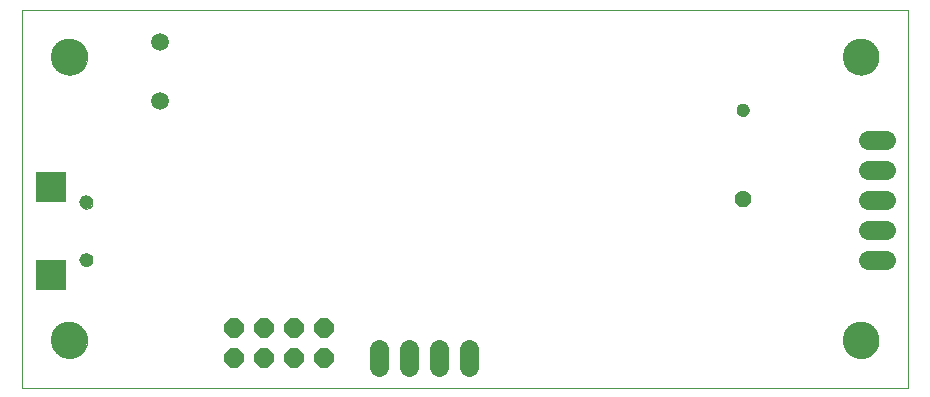
<source format=gbs>
G75*
%MOIN*%
%OFA0B0*%
%FSLAX25Y25*%
%IPPOS*%
%LPD*%
%AMOC8*
5,1,8,0,0,1.08239X$1,22.5*
%
%ADD10C,0.00000*%
%ADD11C,0.12211*%
%ADD12OC8,0.06400*%
%ADD13R,0.10400X0.10400*%
%ADD14C,0.04534*%
%ADD15C,0.06400*%
%ADD16C,0.05912*%
%ADD17C,0.05518*%
%ADD18C,0.04337*%
D10*
X0002244Y0001365D02*
X0002244Y0127349D01*
X0297520Y0127349D01*
X0297520Y0001365D01*
X0002244Y0001365D01*
X0012086Y0017113D02*
X0012088Y0017266D01*
X0012094Y0017420D01*
X0012104Y0017573D01*
X0012118Y0017725D01*
X0012136Y0017878D01*
X0012158Y0018029D01*
X0012183Y0018180D01*
X0012213Y0018331D01*
X0012247Y0018481D01*
X0012284Y0018629D01*
X0012325Y0018777D01*
X0012370Y0018923D01*
X0012419Y0019069D01*
X0012472Y0019213D01*
X0012528Y0019355D01*
X0012588Y0019496D01*
X0012652Y0019636D01*
X0012719Y0019774D01*
X0012790Y0019910D01*
X0012865Y0020044D01*
X0012942Y0020176D01*
X0013024Y0020306D01*
X0013108Y0020434D01*
X0013196Y0020560D01*
X0013287Y0020683D01*
X0013381Y0020804D01*
X0013479Y0020922D01*
X0013579Y0021038D01*
X0013683Y0021151D01*
X0013789Y0021262D01*
X0013898Y0021370D01*
X0014010Y0021475D01*
X0014124Y0021576D01*
X0014242Y0021675D01*
X0014361Y0021771D01*
X0014483Y0021864D01*
X0014608Y0021953D01*
X0014735Y0022040D01*
X0014864Y0022122D01*
X0014995Y0022202D01*
X0015128Y0022278D01*
X0015263Y0022351D01*
X0015400Y0022420D01*
X0015539Y0022485D01*
X0015679Y0022547D01*
X0015821Y0022605D01*
X0015964Y0022660D01*
X0016109Y0022711D01*
X0016255Y0022758D01*
X0016402Y0022801D01*
X0016550Y0022840D01*
X0016699Y0022876D01*
X0016849Y0022907D01*
X0017000Y0022935D01*
X0017151Y0022959D01*
X0017304Y0022979D01*
X0017456Y0022995D01*
X0017609Y0023007D01*
X0017762Y0023015D01*
X0017915Y0023019D01*
X0018069Y0023019D01*
X0018222Y0023015D01*
X0018375Y0023007D01*
X0018528Y0022995D01*
X0018680Y0022979D01*
X0018833Y0022959D01*
X0018984Y0022935D01*
X0019135Y0022907D01*
X0019285Y0022876D01*
X0019434Y0022840D01*
X0019582Y0022801D01*
X0019729Y0022758D01*
X0019875Y0022711D01*
X0020020Y0022660D01*
X0020163Y0022605D01*
X0020305Y0022547D01*
X0020445Y0022485D01*
X0020584Y0022420D01*
X0020721Y0022351D01*
X0020856Y0022278D01*
X0020989Y0022202D01*
X0021120Y0022122D01*
X0021249Y0022040D01*
X0021376Y0021953D01*
X0021501Y0021864D01*
X0021623Y0021771D01*
X0021742Y0021675D01*
X0021860Y0021576D01*
X0021974Y0021475D01*
X0022086Y0021370D01*
X0022195Y0021262D01*
X0022301Y0021151D01*
X0022405Y0021038D01*
X0022505Y0020922D01*
X0022603Y0020804D01*
X0022697Y0020683D01*
X0022788Y0020560D01*
X0022876Y0020434D01*
X0022960Y0020306D01*
X0023042Y0020176D01*
X0023119Y0020044D01*
X0023194Y0019910D01*
X0023265Y0019774D01*
X0023332Y0019636D01*
X0023396Y0019496D01*
X0023456Y0019355D01*
X0023512Y0019213D01*
X0023565Y0019069D01*
X0023614Y0018923D01*
X0023659Y0018777D01*
X0023700Y0018629D01*
X0023737Y0018481D01*
X0023771Y0018331D01*
X0023801Y0018180D01*
X0023826Y0018029D01*
X0023848Y0017878D01*
X0023866Y0017725D01*
X0023880Y0017573D01*
X0023890Y0017420D01*
X0023896Y0017266D01*
X0023898Y0017113D01*
X0023896Y0016960D01*
X0023890Y0016806D01*
X0023880Y0016653D01*
X0023866Y0016501D01*
X0023848Y0016348D01*
X0023826Y0016197D01*
X0023801Y0016046D01*
X0023771Y0015895D01*
X0023737Y0015745D01*
X0023700Y0015597D01*
X0023659Y0015449D01*
X0023614Y0015303D01*
X0023565Y0015157D01*
X0023512Y0015013D01*
X0023456Y0014871D01*
X0023396Y0014730D01*
X0023332Y0014590D01*
X0023265Y0014452D01*
X0023194Y0014316D01*
X0023119Y0014182D01*
X0023042Y0014050D01*
X0022960Y0013920D01*
X0022876Y0013792D01*
X0022788Y0013666D01*
X0022697Y0013543D01*
X0022603Y0013422D01*
X0022505Y0013304D01*
X0022405Y0013188D01*
X0022301Y0013075D01*
X0022195Y0012964D01*
X0022086Y0012856D01*
X0021974Y0012751D01*
X0021860Y0012650D01*
X0021742Y0012551D01*
X0021623Y0012455D01*
X0021501Y0012362D01*
X0021376Y0012273D01*
X0021249Y0012186D01*
X0021120Y0012104D01*
X0020989Y0012024D01*
X0020856Y0011948D01*
X0020721Y0011875D01*
X0020584Y0011806D01*
X0020445Y0011741D01*
X0020305Y0011679D01*
X0020163Y0011621D01*
X0020020Y0011566D01*
X0019875Y0011515D01*
X0019729Y0011468D01*
X0019582Y0011425D01*
X0019434Y0011386D01*
X0019285Y0011350D01*
X0019135Y0011319D01*
X0018984Y0011291D01*
X0018833Y0011267D01*
X0018680Y0011247D01*
X0018528Y0011231D01*
X0018375Y0011219D01*
X0018222Y0011211D01*
X0018069Y0011207D01*
X0017915Y0011207D01*
X0017762Y0011211D01*
X0017609Y0011219D01*
X0017456Y0011231D01*
X0017304Y0011247D01*
X0017151Y0011267D01*
X0017000Y0011291D01*
X0016849Y0011319D01*
X0016699Y0011350D01*
X0016550Y0011386D01*
X0016402Y0011425D01*
X0016255Y0011468D01*
X0016109Y0011515D01*
X0015964Y0011566D01*
X0015821Y0011621D01*
X0015679Y0011679D01*
X0015539Y0011741D01*
X0015400Y0011806D01*
X0015263Y0011875D01*
X0015128Y0011948D01*
X0014995Y0012024D01*
X0014864Y0012104D01*
X0014735Y0012186D01*
X0014608Y0012273D01*
X0014483Y0012362D01*
X0014361Y0012455D01*
X0014242Y0012551D01*
X0014124Y0012650D01*
X0014010Y0012751D01*
X0013898Y0012856D01*
X0013789Y0012964D01*
X0013683Y0013075D01*
X0013579Y0013188D01*
X0013479Y0013304D01*
X0013381Y0013422D01*
X0013287Y0013543D01*
X0013196Y0013666D01*
X0013108Y0013792D01*
X0013024Y0013920D01*
X0012942Y0014050D01*
X0012865Y0014182D01*
X0012790Y0014316D01*
X0012719Y0014452D01*
X0012652Y0014590D01*
X0012588Y0014730D01*
X0012528Y0014871D01*
X0012472Y0015013D01*
X0012419Y0015157D01*
X0012370Y0015303D01*
X0012325Y0015449D01*
X0012284Y0015597D01*
X0012247Y0015745D01*
X0012213Y0015895D01*
X0012183Y0016046D01*
X0012158Y0016197D01*
X0012136Y0016348D01*
X0012118Y0016501D01*
X0012104Y0016653D01*
X0012094Y0016806D01*
X0012088Y0016960D01*
X0012086Y0017113D01*
X0021555Y0043983D02*
X0021557Y0044074D01*
X0021563Y0044164D01*
X0021573Y0044255D01*
X0021587Y0044344D01*
X0021605Y0044433D01*
X0021626Y0044522D01*
X0021652Y0044609D01*
X0021681Y0044695D01*
X0021715Y0044779D01*
X0021751Y0044862D01*
X0021792Y0044944D01*
X0021836Y0045023D01*
X0021883Y0045101D01*
X0021934Y0045176D01*
X0021988Y0045249D01*
X0022045Y0045319D01*
X0022105Y0045387D01*
X0022168Y0045453D01*
X0022234Y0045515D01*
X0022303Y0045574D01*
X0022374Y0045631D01*
X0022448Y0045684D01*
X0022524Y0045734D01*
X0022602Y0045781D01*
X0022682Y0045824D01*
X0022763Y0045863D01*
X0022847Y0045899D01*
X0022932Y0045931D01*
X0023018Y0045960D01*
X0023105Y0045984D01*
X0023194Y0046005D01*
X0023283Y0046022D01*
X0023373Y0046035D01*
X0023463Y0046044D01*
X0023554Y0046049D01*
X0023645Y0046050D01*
X0023735Y0046047D01*
X0023826Y0046040D01*
X0023916Y0046029D01*
X0024006Y0046014D01*
X0024095Y0045995D01*
X0024183Y0045973D01*
X0024269Y0045946D01*
X0024355Y0045916D01*
X0024439Y0045882D01*
X0024522Y0045844D01*
X0024603Y0045803D01*
X0024682Y0045758D01*
X0024759Y0045709D01*
X0024833Y0045658D01*
X0024906Y0045603D01*
X0024976Y0045545D01*
X0025043Y0045484D01*
X0025107Y0045420D01*
X0025169Y0045354D01*
X0025228Y0045284D01*
X0025283Y0045213D01*
X0025336Y0045138D01*
X0025385Y0045062D01*
X0025431Y0044984D01*
X0025473Y0044903D01*
X0025512Y0044821D01*
X0025547Y0044737D01*
X0025578Y0044652D01*
X0025605Y0044565D01*
X0025629Y0044478D01*
X0025649Y0044389D01*
X0025665Y0044300D01*
X0025677Y0044210D01*
X0025685Y0044119D01*
X0025689Y0044028D01*
X0025689Y0043938D01*
X0025685Y0043847D01*
X0025677Y0043756D01*
X0025665Y0043666D01*
X0025649Y0043577D01*
X0025629Y0043488D01*
X0025605Y0043401D01*
X0025578Y0043314D01*
X0025547Y0043229D01*
X0025512Y0043145D01*
X0025473Y0043063D01*
X0025431Y0042982D01*
X0025385Y0042904D01*
X0025336Y0042828D01*
X0025283Y0042753D01*
X0025228Y0042682D01*
X0025169Y0042612D01*
X0025107Y0042546D01*
X0025043Y0042482D01*
X0024976Y0042421D01*
X0024906Y0042363D01*
X0024833Y0042308D01*
X0024759Y0042257D01*
X0024682Y0042208D01*
X0024603Y0042163D01*
X0024522Y0042122D01*
X0024439Y0042084D01*
X0024355Y0042050D01*
X0024269Y0042020D01*
X0024183Y0041993D01*
X0024095Y0041971D01*
X0024006Y0041952D01*
X0023916Y0041937D01*
X0023826Y0041926D01*
X0023735Y0041919D01*
X0023645Y0041916D01*
X0023554Y0041917D01*
X0023463Y0041922D01*
X0023373Y0041931D01*
X0023283Y0041944D01*
X0023194Y0041961D01*
X0023105Y0041982D01*
X0023018Y0042006D01*
X0022932Y0042035D01*
X0022847Y0042067D01*
X0022763Y0042103D01*
X0022682Y0042142D01*
X0022602Y0042185D01*
X0022524Y0042232D01*
X0022448Y0042282D01*
X0022374Y0042335D01*
X0022303Y0042392D01*
X0022234Y0042451D01*
X0022168Y0042513D01*
X0022105Y0042579D01*
X0022045Y0042647D01*
X0021988Y0042717D01*
X0021934Y0042790D01*
X0021883Y0042865D01*
X0021836Y0042943D01*
X0021792Y0043022D01*
X0021751Y0043104D01*
X0021715Y0043187D01*
X0021681Y0043271D01*
X0021652Y0043357D01*
X0021626Y0043444D01*
X0021605Y0043533D01*
X0021587Y0043622D01*
X0021573Y0043711D01*
X0021563Y0043802D01*
X0021557Y0043892D01*
X0021555Y0043983D01*
X0021555Y0063077D02*
X0021557Y0063168D01*
X0021563Y0063258D01*
X0021573Y0063349D01*
X0021587Y0063438D01*
X0021605Y0063527D01*
X0021626Y0063616D01*
X0021652Y0063703D01*
X0021681Y0063789D01*
X0021715Y0063873D01*
X0021751Y0063956D01*
X0021792Y0064038D01*
X0021836Y0064117D01*
X0021883Y0064195D01*
X0021934Y0064270D01*
X0021988Y0064343D01*
X0022045Y0064413D01*
X0022105Y0064481D01*
X0022168Y0064547D01*
X0022234Y0064609D01*
X0022303Y0064668D01*
X0022374Y0064725D01*
X0022448Y0064778D01*
X0022524Y0064828D01*
X0022602Y0064875D01*
X0022682Y0064918D01*
X0022763Y0064957D01*
X0022847Y0064993D01*
X0022932Y0065025D01*
X0023018Y0065054D01*
X0023105Y0065078D01*
X0023194Y0065099D01*
X0023283Y0065116D01*
X0023373Y0065129D01*
X0023463Y0065138D01*
X0023554Y0065143D01*
X0023645Y0065144D01*
X0023735Y0065141D01*
X0023826Y0065134D01*
X0023916Y0065123D01*
X0024006Y0065108D01*
X0024095Y0065089D01*
X0024183Y0065067D01*
X0024269Y0065040D01*
X0024355Y0065010D01*
X0024439Y0064976D01*
X0024522Y0064938D01*
X0024603Y0064897D01*
X0024682Y0064852D01*
X0024759Y0064803D01*
X0024833Y0064752D01*
X0024906Y0064697D01*
X0024976Y0064639D01*
X0025043Y0064578D01*
X0025107Y0064514D01*
X0025169Y0064448D01*
X0025228Y0064378D01*
X0025283Y0064307D01*
X0025336Y0064232D01*
X0025385Y0064156D01*
X0025431Y0064078D01*
X0025473Y0063997D01*
X0025512Y0063915D01*
X0025547Y0063831D01*
X0025578Y0063746D01*
X0025605Y0063659D01*
X0025629Y0063572D01*
X0025649Y0063483D01*
X0025665Y0063394D01*
X0025677Y0063304D01*
X0025685Y0063213D01*
X0025689Y0063122D01*
X0025689Y0063032D01*
X0025685Y0062941D01*
X0025677Y0062850D01*
X0025665Y0062760D01*
X0025649Y0062671D01*
X0025629Y0062582D01*
X0025605Y0062495D01*
X0025578Y0062408D01*
X0025547Y0062323D01*
X0025512Y0062239D01*
X0025473Y0062157D01*
X0025431Y0062076D01*
X0025385Y0061998D01*
X0025336Y0061922D01*
X0025283Y0061847D01*
X0025228Y0061776D01*
X0025169Y0061706D01*
X0025107Y0061640D01*
X0025043Y0061576D01*
X0024976Y0061515D01*
X0024906Y0061457D01*
X0024833Y0061402D01*
X0024759Y0061351D01*
X0024682Y0061302D01*
X0024603Y0061257D01*
X0024522Y0061216D01*
X0024439Y0061178D01*
X0024355Y0061144D01*
X0024269Y0061114D01*
X0024183Y0061087D01*
X0024095Y0061065D01*
X0024006Y0061046D01*
X0023916Y0061031D01*
X0023826Y0061020D01*
X0023735Y0061013D01*
X0023645Y0061010D01*
X0023554Y0061011D01*
X0023463Y0061016D01*
X0023373Y0061025D01*
X0023283Y0061038D01*
X0023194Y0061055D01*
X0023105Y0061076D01*
X0023018Y0061100D01*
X0022932Y0061129D01*
X0022847Y0061161D01*
X0022763Y0061197D01*
X0022682Y0061236D01*
X0022602Y0061279D01*
X0022524Y0061326D01*
X0022448Y0061376D01*
X0022374Y0061429D01*
X0022303Y0061486D01*
X0022234Y0061545D01*
X0022168Y0061607D01*
X0022105Y0061673D01*
X0022045Y0061741D01*
X0021988Y0061811D01*
X0021934Y0061884D01*
X0021883Y0061959D01*
X0021836Y0062037D01*
X0021792Y0062116D01*
X0021751Y0062198D01*
X0021715Y0062281D01*
X0021681Y0062365D01*
X0021652Y0062451D01*
X0021626Y0062538D01*
X0021605Y0062627D01*
X0021587Y0062716D01*
X0021573Y0062805D01*
X0021563Y0062896D01*
X0021557Y0062986D01*
X0021555Y0063077D01*
X0012086Y0111601D02*
X0012088Y0111754D01*
X0012094Y0111908D01*
X0012104Y0112061D01*
X0012118Y0112213D01*
X0012136Y0112366D01*
X0012158Y0112517D01*
X0012183Y0112668D01*
X0012213Y0112819D01*
X0012247Y0112969D01*
X0012284Y0113117D01*
X0012325Y0113265D01*
X0012370Y0113411D01*
X0012419Y0113557D01*
X0012472Y0113701D01*
X0012528Y0113843D01*
X0012588Y0113984D01*
X0012652Y0114124D01*
X0012719Y0114262D01*
X0012790Y0114398D01*
X0012865Y0114532D01*
X0012942Y0114664D01*
X0013024Y0114794D01*
X0013108Y0114922D01*
X0013196Y0115048D01*
X0013287Y0115171D01*
X0013381Y0115292D01*
X0013479Y0115410D01*
X0013579Y0115526D01*
X0013683Y0115639D01*
X0013789Y0115750D01*
X0013898Y0115858D01*
X0014010Y0115963D01*
X0014124Y0116064D01*
X0014242Y0116163D01*
X0014361Y0116259D01*
X0014483Y0116352D01*
X0014608Y0116441D01*
X0014735Y0116528D01*
X0014864Y0116610D01*
X0014995Y0116690D01*
X0015128Y0116766D01*
X0015263Y0116839D01*
X0015400Y0116908D01*
X0015539Y0116973D01*
X0015679Y0117035D01*
X0015821Y0117093D01*
X0015964Y0117148D01*
X0016109Y0117199D01*
X0016255Y0117246D01*
X0016402Y0117289D01*
X0016550Y0117328D01*
X0016699Y0117364D01*
X0016849Y0117395D01*
X0017000Y0117423D01*
X0017151Y0117447D01*
X0017304Y0117467D01*
X0017456Y0117483D01*
X0017609Y0117495D01*
X0017762Y0117503D01*
X0017915Y0117507D01*
X0018069Y0117507D01*
X0018222Y0117503D01*
X0018375Y0117495D01*
X0018528Y0117483D01*
X0018680Y0117467D01*
X0018833Y0117447D01*
X0018984Y0117423D01*
X0019135Y0117395D01*
X0019285Y0117364D01*
X0019434Y0117328D01*
X0019582Y0117289D01*
X0019729Y0117246D01*
X0019875Y0117199D01*
X0020020Y0117148D01*
X0020163Y0117093D01*
X0020305Y0117035D01*
X0020445Y0116973D01*
X0020584Y0116908D01*
X0020721Y0116839D01*
X0020856Y0116766D01*
X0020989Y0116690D01*
X0021120Y0116610D01*
X0021249Y0116528D01*
X0021376Y0116441D01*
X0021501Y0116352D01*
X0021623Y0116259D01*
X0021742Y0116163D01*
X0021860Y0116064D01*
X0021974Y0115963D01*
X0022086Y0115858D01*
X0022195Y0115750D01*
X0022301Y0115639D01*
X0022405Y0115526D01*
X0022505Y0115410D01*
X0022603Y0115292D01*
X0022697Y0115171D01*
X0022788Y0115048D01*
X0022876Y0114922D01*
X0022960Y0114794D01*
X0023042Y0114664D01*
X0023119Y0114532D01*
X0023194Y0114398D01*
X0023265Y0114262D01*
X0023332Y0114124D01*
X0023396Y0113984D01*
X0023456Y0113843D01*
X0023512Y0113701D01*
X0023565Y0113557D01*
X0023614Y0113411D01*
X0023659Y0113265D01*
X0023700Y0113117D01*
X0023737Y0112969D01*
X0023771Y0112819D01*
X0023801Y0112668D01*
X0023826Y0112517D01*
X0023848Y0112366D01*
X0023866Y0112213D01*
X0023880Y0112061D01*
X0023890Y0111908D01*
X0023896Y0111754D01*
X0023898Y0111601D01*
X0023896Y0111448D01*
X0023890Y0111294D01*
X0023880Y0111141D01*
X0023866Y0110989D01*
X0023848Y0110836D01*
X0023826Y0110685D01*
X0023801Y0110534D01*
X0023771Y0110383D01*
X0023737Y0110233D01*
X0023700Y0110085D01*
X0023659Y0109937D01*
X0023614Y0109791D01*
X0023565Y0109645D01*
X0023512Y0109501D01*
X0023456Y0109359D01*
X0023396Y0109218D01*
X0023332Y0109078D01*
X0023265Y0108940D01*
X0023194Y0108804D01*
X0023119Y0108670D01*
X0023042Y0108538D01*
X0022960Y0108408D01*
X0022876Y0108280D01*
X0022788Y0108154D01*
X0022697Y0108031D01*
X0022603Y0107910D01*
X0022505Y0107792D01*
X0022405Y0107676D01*
X0022301Y0107563D01*
X0022195Y0107452D01*
X0022086Y0107344D01*
X0021974Y0107239D01*
X0021860Y0107138D01*
X0021742Y0107039D01*
X0021623Y0106943D01*
X0021501Y0106850D01*
X0021376Y0106761D01*
X0021249Y0106674D01*
X0021120Y0106592D01*
X0020989Y0106512D01*
X0020856Y0106436D01*
X0020721Y0106363D01*
X0020584Y0106294D01*
X0020445Y0106229D01*
X0020305Y0106167D01*
X0020163Y0106109D01*
X0020020Y0106054D01*
X0019875Y0106003D01*
X0019729Y0105956D01*
X0019582Y0105913D01*
X0019434Y0105874D01*
X0019285Y0105838D01*
X0019135Y0105807D01*
X0018984Y0105779D01*
X0018833Y0105755D01*
X0018680Y0105735D01*
X0018528Y0105719D01*
X0018375Y0105707D01*
X0018222Y0105699D01*
X0018069Y0105695D01*
X0017915Y0105695D01*
X0017762Y0105699D01*
X0017609Y0105707D01*
X0017456Y0105719D01*
X0017304Y0105735D01*
X0017151Y0105755D01*
X0017000Y0105779D01*
X0016849Y0105807D01*
X0016699Y0105838D01*
X0016550Y0105874D01*
X0016402Y0105913D01*
X0016255Y0105956D01*
X0016109Y0106003D01*
X0015964Y0106054D01*
X0015821Y0106109D01*
X0015679Y0106167D01*
X0015539Y0106229D01*
X0015400Y0106294D01*
X0015263Y0106363D01*
X0015128Y0106436D01*
X0014995Y0106512D01*
X0014864Y0106592D01*
X0014735Y0106674D01*
X0014608Y0106761D01*
X0014483Y0106850D01*
X0014361Y0106943D01*
X0014242Y0107039D01*
X0014124Y0107138D01*
X0014010Y0107239D01*
X0013898Y0107344D01*
X0013789Y0107452D01*
X0013683Y0107563D01*
X0013579Y0107676D01*
X0013479Y0107792D01*
X0013381Y0107910D01*
X0013287Y0108031D01*
X0013196Y0108154D01*
X0013108Y0108280D01*
X0013024Y0108408D01*
X0012942Y0108538D01*
X0012865Y0108670D01*
X0012790Y0108804D01*
X0012719Y0108940D01*
X0012652Y0109078D01*
X0012588Y0109218D01*
X0012528Y0109359D01*
X0012472Y0109501D01*
X0012419Y0109645D01*
X0012370Y0109791D01*
X0012325Y0109937D01*
X0012284Y0110085D01*
X0012247Y0110233D01*
X0012213Y0110383D01*
X0012183Y0110534D01*
X0012158Y0110685D01*
X0012136Y0110836D01*
X0012118Y0110989D01*
X0012104Y0111141D01*
X0012094Y0111294D01*
X0012088Y0111448D01*
X0012086Y0111601D01*
X0240433Y0093885D02*
X0240435Y0093973D01*
X0240441Y0094061D01*
X0240451Y0094149D01*
X0240465Y0094237D01*
X0240482Y0094323D01*
X0240504Y0094409D01*
X0240529Y0094493D01*
X0240559Y0094577D01*
X0240591Y0094659D01*
X0240628Y0094739D01*
X0240668Y0094818D01*
X0240712Y0094895D01*
X0240759Y0094970D01*
X0240809Y0095042D01*
X0240863Y0095113D01*
X0240919Y0095180D01*
X0240979Y0095246D01*
X0241041Y0095308D01*
X0241107Y0095368D01*
X0241174Y0095424D01*
X0241245Y0095478D01*
X0241317Y0095528D01*
X0241392Y0095575D01*
X0241469Y0095619D01*
X0241548Y0095659D01*
X0241628Y0095696D01*
X0241710Y0095728D01*
X0241794Y0095758D01*
X0241878Y0095783D01*
X0241964Y0095805D01*
X0242050Y0095822D01*
X0242138Y0095836D01*
X0242226Y0095846D01*
X0242314Y0095852D01*
X0242402Y0095854D01*
X0242490Y0095852D01*
X0242578Y0095846D01*
X0242666Y0095836D01*
X0242754Y0095822D01*
X0242840Y0095805D01*
X0242926Y0095783D01*
X0243010Y0095758D01*
X0243094Y0095728D01*
X0243176Y0095696D01*
X0243256Y0095659D01*
X0243335Y0095619D01*
X0243412Y0095575D01*
X0243487Y0095528D01*
X0243559Y0095478D01*
X0243630Y0095424D01*
X0243697Y0095368D01*
X0243763Y0095308D01*
X0243825Y0095246D01*
X0243885Y0095180D01*
X0243941Y0095113D01*
X0243995Y0095042D01*
X0244045Y0094970D01*
X0244092Y0094895D01*
X0244136Y0094818D01*
X0244176Y0094739D01*
X0244213Y0094659D01*
X0244245Y0094577D01*
X0244275Y0094493D01*
X0244300Y0094409D01*
X0244322Y0094323D01*
X0244339Y0094237D01*
X0244353Y0094149D01*
X0244363Y0094061D01*
X0244369Y0093973D01*
X0244371Y0093885D01*
X0244369Y0093797D01*
X0244363Y0093709D01*
X0244353Y0093621D01*
X0244339Y0093533D01*
X0244322Y0093447D01*
X0244300Y0093361D01*
X0244275Y0093277D01*
X0244245Y0093193D01*
X0244213Y0093111D01*
X0244176Y0093031D01*
X0244136Y0092952D01*
X0244092Y0092875D01*
X0244045Y0092800D01*
X0243995Y0092728D01*
X0243941Y0092657D01*
X0243885Y0092590D01*
X0243825Y0092524D01*
X0243763Y0092462D01*
X0243697Y0092402D01*
X0243630Y0092346D01*
X0243559Y0092292D01*
X0243487Y0092242D01*
X0243412Y0092195D01*
X0243335Y0092151D01*
X0243256Y0092111D01*
X0243176Y0092074D01*
X0243094Y0092042D01*
X0243010Y0092012D01*
X0242926Y0091987D01*
X0242840Y0091965D01*
X0242754Y0091948D01*
X0242666Y0091934D01*
X0242578Y0091924D01*
X0242490Y0091918D01*
X0242402Y0091916D01*
X0242314Y0091918D01*
X0242226Y0091924D01*
X0242138Y0091934D01*
X0242050Y0091948D01*
X0241964Y0091965D01*
X0241878Y0091987D01*
X0241794Y0092012D01*
X0241710Y0092042D01*
X0241628Y0092074D01*
X0241548Y0092111D01*
X0241469Y0092151D01*
X0241392Y0092195D01*
X0241317Y0092242D01*
X0241245Y0092292D01*
X0241174Y0092346D01*
X0241107Y0092402D01*
X0241041Y0092462D01*
X0240979Y0092524D01*
X0240919Y0092590D01*
X0240863Y0092657D01*
X0240809Y0092728D01*
X0240759Y0092800D01*
X0240712Y0092875D01*
X0240668Y0092952D01*
X0240628Y0093031D01*
X0240591Y0093111D01*
X0240559Y0093193D01*
X0240529Y0093277D01*
X0240504Y0093361D01*
X0240482Y0093447D01*
X0240465Y0093533D01*
X0240451Y0093621D01*
X0240441Y0093709D01*
X0240435Y0093797D01*
X0240433Y0093885D01*
X0275866Y0111601D02*
X0275868Y0111754D01*
X0275874Y0111908D01*
X0275884Y0112061D01*
X0275898Y0112213D01*
X0275916Y0112366D01*
X0275938Y0112517D01*
X0275963Y0112668D01*
X0275993Y0112819D01*
X0276027Y0112969D01*
X0276064Y0113117D01*
X0276105Y0113265D01*
X0276150Y0113411D01*
X0276199Y0113557D01*
X0276252Y0113701D01*
X0276308Y0113843D01*
X0276368Y0113984D01*
X0276432Y0114124D01*
X0276499Y0114262D01*
X0276570Y0114398D01*
X0276645Y0114532D01*
X0276722Y0114664D01*
X0276804Y0114794D01*
X0276888Y0114922D01*
X0276976Y0115048D01*
X0277067Y0115171D01*
X0277161Y0115292D01*
X0277259Y0115410D01*
X0277359Y0115526D01*
X0277463Y0115639D01*
X0277569Y0115750D01*
X0277678Y0115858D01*
X0277790Y0115963D01*
X0277904Y0116064D01*
X0278022Y0116163D01*
X0278141Y0116259D01*
X0278263Y0116352D01*
X0278388Y0116441D01*
X0278515Y0116528D01*
X0278644Y0116610D01*
X0278775Y0116690D01*
X0278908Y0116766D01*
X0279043Y0116839D01*
X0279180Y0116908D01*
X0279319Y0116973D01*
X0279459Y0117035D01*
X0279601Y0117093D01*
X0279744Y0117148D01*
X0279889Y0117199D01*
X0280035Y0117246D01*
X0280182Y0117289D01*
X0280330Y0117328D01*
X0280479Y0117364D01*
X0280629Y0117395D01*
X0280780Y0117423D01*
X0280931Y0117447D01*
X0281084Y0117467D01*
X0281236Y0117483D01*
X0281389Y0117495D01*
X0281542Y0117503D01*
X0281695Y0117507D01*
X0281849Y0117507D01*
X0282002Y0117503D01*
X0282155Y0117495D01*
X0282308Y0117483D01*
X0282460Y0117467D01*
X0282613Y0117447D01*
X0282764Y0117423D01*
X0282915Y0117395D01*
X0283065Y0117364D01*
X0283214Y0117328D01*
X0283362Y0117289D01*
X0283509Y0117246D01*
X0283655Y0117199D01*
X0283800Y0117148D01*
X0283943Y0117093D01*
X0284085Y0117035D01*
X0284225Y0116973D01*
X0284364Y0116908D01*
X0284501Y0116839D01*
X0284636Y0116766D01*
X0284769Y0116690D01*
X0284900Y0116610D01*
X0285029Y0116528D01*
X0285156Y0116441D01*
X0285281Y0116352D01*
X0285403Y0116259D01*
X0285522Y0116163D01*
X0285640Y0116064D01*
X0285754Y0115963D01*
X0285866Y0115858D01*
X0285975Y0115750D01*
X0286081Y0115639D01*
X0286185Y0115526D01*
X0286285Y0115410D01*
X0286383Y0115292D01*
X0286477Y0115171D01*
X0286568Y0115048D01*
X0286656Y0114922D01*
X0286740Y0114794D01*
X0286822Y0114664D01*
X0286899Y0114532D01*
X0286974Y0114398D01*
X0287045Y0114262D01*
X0287112Y0114124D01*
X0287176Y0113984D01*
X0287236Y0113843D01*
X0287292Y0113701D01*
X0287345Y0113557D01*
X0287394Y0113411D01*
X0287439Y0113265D01*
X0287480Y0113117D01*
X0287517Y0112969D01*
X0287551Y0112819D01*
X0287581Y0112668D01*
X0287606Y0112517D01*
X0287628Y0112366D01*
X0287646Y0112213D01*
X0287660Y0112061D01*
X0287670Y0111908D01*
X0287676Y0111754D01*
X0287678Y0111601D01*
X0287676Y0111448D01*
X0287670Y0111294D01*
X0287660Y0111141D01*
X0287646Y0110989D01*
X0287628Y0110836D01*
X0287606Y0110685D01*
X0287581Y0110534D01*
X0287551Y0110383D01*
X0287517Y0110233D01*
X0287480Y0110085D01*
X0287439Y0109937D01*
X0287394Y0109791D01*
X0287345Y0109645D01*
X0287292Y0109501D01*
X0287236Y0109359D01*
X0287176Y0109218D01*
X0287112Y0109078D01*
X0287045Y0108940D01*
X0286974Y0108804D01*
X0286899Y0108670D01*
X0286822Y0108538D01*
X0286740Y0108408D01*
X0286656Y0108280D01*
X0286568Y0108154D01*
X0286477Y0108031D01*
X0286383Y0107910D01*
X0286285Y0107792D01*
X0286185Y0107676D01*
X0286081Y0107563D01*
X0285975Y0107452D01*
X0285866Y0107344D01*
X0285754Y0107239D01*
X0285640Y0107138D01*
X0285522Y0107039D01*
X0285403Y0106943D01*
X0285281Y0106850D01*
X0285156Y0106761D01*
X0285029Y0106674D01*
X0284900Y0106592D01*
X0284769Y0106512D01*
X0284636Y0106436D01*
X0284501Y0106363D01*
X0284364Y0106294D01*
X0284225Y0106229D01*
X0284085Y0106167D01*
X0283943Y0106109D01*
X0283800Y0106054D01*
X0283655Y0106003D01*
X0283509Y0105956D01*
X0283362Y0105913D01*
X0283214Y0105874D01*
X0283065Y0105838D01*
X0282915Y0105807D01*
X0282764Y0105779D01*
X0282613Y0105755D01*
X0282460Y0105735D01*
X0282308Y0105719D01*
X0282155Y0105707D01*
X0282002Y0105699D01*
X0281849Y0105695D01*
X0281695Y0105695D01*
X0281542Y0105699D01*
X0281389Y0105707D01*
X0281236Y0105719D01*
X0281084Y0105735D01*
X0280931Y0105755D01*
X0280780Y0105779D01*
X0280629Y0105807D01*
X0280479Y0105838D01*
X0280330Y0105874D01*
X0280182Y0105913D01*
X0280035Y0105956D01*
X0279889Y0106003D01*
X0279744Y0106054D01*
X0279601Y0106109D01*
X0279459Y0106167D01*
X0279319Y0106229D01*
X0279180Y0106294D01*
X0279043Y0106363D01*
X0278908Y0106436D01*
X0278775Y0106512D01*
X0278644Y0106592D01*
X0278515Y0106674D01*
X0278388Y0106761D01*
X0278263Y0106850D01*
X0278141Y0106943D01*
X0278022Y0107039D01*
X0277904Y0107138D01*
X0277790Y0107239D01*
X0277678Y0107344D01*
X0277569Y0107452D01*
X0277463Y0107563D01*
X0277359Y0107676D01*
X0277259Y0107792D01*
X0277161Y0107910D01*
X0277067Y0108031D01*
X0276976Y0108154D01*
X0276888Y0108280D01*
X0276804Y0108408D01*
X0276722Y0108538D01*
X0276645Y0108670D01*
X0276570Y0108804D01*
X0276499Y0108940D01*
X0276432Y0109078D01*
X0276368Y0109218D01*
X0276308Y0109359D01*
X0276252Y0109501D01*
X0276199Y0109645D01*
X0276150Y0109791D01*
X0276105Y0109937D01*
X0276064Y0110085D01*
X0276027Y0110233D01*
X0275993Y0110383D01*
X0275963Y0110534D01*
X0275938Y0110685D01*
X0275916Y0110836D01*
X0275898Y0110989D01*
X0275884Y0111141D01*
X0275874Y0111294D01*
X0275868Y0111448D01*
X0275866Y0111601D01*
X0239843Y0064357D02*
X0239845Y0064458D01*
X0239851Y0064559D01*
X0239861Y0064660D01*
X0239875Y0064760D01*
X0239893Y0064859D01*
X0239915Y0064958D01*
X0239940Y0065056D01*
X0239970Y0065153D01*
X0240003Y0065248D01*
X0240040Y0065342D01*
X0240081Y0065435D01*
X0240125Y0065526D01*
X0240173Y0065615D01*
X0240225Y0065702D01*
X0240280Y0065787D01*
X0240338Y0065869D01*
X0240399Y0065950D01*
X0240464Y0066028D01*
X0240531Y0066103D01*
X0240601Y0066175D01*
X0240675Y0066245D01*
X0240751Y0066312D01*
X0240829Y0066376D01*
X0240910Y0066436D01*
X0240993Y0066493D01*
X0241079Y0066547D01*
X0241167Y0066598D01*
X0241256Y0066645D01*
X0241347Y0066689D01*
X0241440Y0066728D01*
X0241535Y0066765D01*
X0241630Y0066797D01*
X0241727Y0066826D01*
X0241826Y0066850D01*
X0241924Y0066871D01*
X0242024Y0066888D01*
X0242124Y0066901D01*
X0242225Y0066910D01*
X0242326Y0066915D01*
X0242427Y0066916D01*
X0242528Y0066913D01*
X0242629Y0066906D01*
X0242730Y0066895D01*
X0242830Y0066880D01*
X0242929Y0066861D01*
X0243028Y0066838D01*
X0243125Y0066812D01*
X0243222Y0066781D01*
X0243317Y0066747D01*
X0243410Y0066709D01*
X0243503Y0066667D01*
X0243593Y0066622D01*
X0243682Y0066573D01*
X0243768Y0066521D01*
X0243852Y0066465D01*
X0243935Y0066406D01*
X0244014Y0066344D01*
X0244092Y0066279D01*
X0244166Y0066211D01*
X0244238Y0066139D01*
X0244307Y0066066D01*
X0244373Y0065989D01*
X0244436Y0065910D01*
X0244496Y0065828D01*
X0244552Y0065744D01*
X0244605Y0065658D01*
X0244655Y0065570D01*
X0244701Y0065480D01*
X0244744Y0065389D01*
X0244783Y0065295D01*
X0244818Y0065200D01*
X0244849Y0065104D01*
X0244877Y0065007D01*
X0244901Y0064909D01*
X0244921Y0064810D01*
X0244937Y0064710D01*
X0244949Y0064609D01*
X0244957Y0064509D01*
X0244961Y0064408D01*
X0244961Y0064306D01*
X0244957Y0064205D01*
X0244949Y0064105D01*
X0244937Y0064004D01*
X0244921Y0063904D01*
X0244901Y0063805D01*
X0244877Y0063707D01*
X0244849Y0063610D01*
X0244818Y0063514D01*
X0244783Y0063419D01*
X0244744Y0063325D01*
X0244701Y0063234D01*
X0244655Y0063144D01*
X0244605Y0063056D01*
X0244552Y0062970D01*
X0244496Y0062886D01*
X0244436Y0062804D01*
X0244373Y0062725D01*
X0244307Y0062648D01*
X0244238Y0062575D01*
X0244166Y0062503D01*
X0244092Y0062435D01*
X0244014Y0062370D01*
X0243935Y0062308D01*
X0243852Y0062249D01*
X0243768Y0062193D01*
X0243681Y0062141D01*
X0243593Y0062092D01*
X0243503Y0062047D01*
X0243410Y0062005D01*
X0243317Y0061967D01*
X0243222Y0061933D01*
X0243125Y0061902D01*
X0243028Y0061876D01*
X0242929Y0061853D01*
X0242830Y0061834D01*
X0242730Y0061819D01*
X0242629Y0061808D01*
X0242528Y0061801D01*
X0242427Y0061798D01*
X0242326Y0061799D01*
X0242225Y0061804D01*
X0242124Y0061813D01*
X0242024Y0061826D01*
X0241924Y0061843D01*
X0241826Y0061864D01*
X0241727Y0061888D01*
X0241630Y0061917D01*
X0241535Y0061949D01*
X0241440Y0061986D01*
X0241347Y0062025D01*
X0241256Y0062069D01*
X0241167Y0062116D01*
X0241079Y0062167D01*
X0240993Y0062221D01*
X0240910Y0062278D01*
X0240829Y0062338D01*
X0240751Y0062402D01*
X0240675Y0062469D01*
X0240601Y0062539D01*
X0240531Y0062611D01*
X0240464Y0062686D01*
X0240399Y0062764D01*
X0240338Y0062845D01*
X0240280Y0062927D01*
X0240225Y0063012D01*
X0240173Y0063099D01*
X0240125Y0063188D01*
X0240081Y0063279D01*
X0240040Y0063372D01*
X0240003Y0063466D01*
X0239970Y0063561D01*
X0239940Y0063658D01*
X0239915Y0063756D01*
X0239893Y0063855D01*
X0239875Y0063954D01*
X0239861Y0064054D01*
X0239851Y0064155D01*
X0239845Y0064256D01*
X0239843Y0064357D01*
X0275866Y0017113D02*
X0275868Y0017266D01*
X0275874Y0017420D01*
X0275884Y0017573D01*
X0275898Y0017725D01*
X0275916Y0017878D01*
X0275938Y0018029D01*
X0275963Y0018180D01*
X0275993Y0018331D01*
X0276027Y0018481D01*
X0276064Y0018629D01*
X0276105Y0018777D01*
X0276150Y0018923D01*
X0276199Y0019069D01*
X0276252Y0019213D01*
X0276308Y0019355D01*
X0276368Y0019496D01*
X0276432Y0019636D01*
X0276499Y0019774D01*
X0276570Y0019910D01*
X0276645Y0020044D01*
X0276722Y0020176D01*
X0276804Y0020306D01*
X0276888Y0020434D01*
X0276976Y0020560D01*
X0277067Y0020683D01*
X0277161Y0020804D01*
X0277259Y0020922D01*
X0277359Y0021038D01*
X0277463Y0021151D01*
X0277569Y0021262D01*
X0277678Y0021370D01*
X0277790Y0021475D01*
X0277904Y0021576D01*
X0278022Y0021675D01*
X0278141Y0021771D01*
X0278263Y0021864D01*
X0278388Y0021953D01*
X0278515Y0022040D01*
X0278644Y0022122D01*
X0278775Y0022202D01*
X0278908Y0022278D01*
X0279043Y0022351D01*
X0279180Y0022420D01*
X0279319Y0022485D01*
X0279459Y0022547D01*
X0279601Y0022605D01*
X0279744Y0022660D01*
X0279889Y0022711D01*
X0280035Y0022758D01*
X0280182Y0022801D01*
X0280330Y0022840D01*
X0280479Y0022876D01*
X0280629Y0022907D01*
X0280780Y0022935D01*
X0280931Y0022959D01*
X0281084Y0022979D01*
X0281236Y0022995D01*
X0281389Y0023007D01*
X0281542Y0023015D01*
X0281695Y0023019D01*
X0281849Y0023019D01*
X0282002Y0023015D01*
X0282155Y0023007D01*
X0282308Y0022995D01*
X0282460Y0022979D01*
X0282613Y0022959D01*
X0282764Y0022935D01*
X0282915Y0022907D01*
X0283065Y0022876D01*
X0283214Y0022840D01*
X0283362Y0022801D01*
X0283509Y0022758D01*
X0283655Y0022711D01*
X0283800Y0022660D01*
X0283943Y0022605D01*
X0284085Y0022547D01*
X0284225Y0022485D01*
X0284364Y0022420D01*
X0284501Y0022351D01*
X0284636Y0022278D01*
X0284769Y0022202D01*
X0284900Y0022122D01*
X0285029Y0022040D01*
X0285156Y0021953D01*
X0285281Y0021864D01*
X0285403Y0021771D01*
X0285522Y0021675D01*
X0285640Y0021576D01*
X0285754Y0021475D01*
X0285866Y0021370D01*
X0285975Y0021262D01*
X0286081Y0021151D01*
X0286185Y0021038D01*
X0286285Y0020922D01*
X0286383Y0020804D01*
X0286477Y0020683D01*
X0286568Y0020560D01*
X0286656Y0020434D01*
X0286740Y0020306D01*
X0286822Y0020176D01*
X0286899Y0020044D01*
X0286974Y0019910D01*
X0287045Y0019774D01*
X0287112Y0019636D01*
X0287176Y0019496D01*
X0287236Y0019355D01*
X0287292Y0019213D01*
X0287345Y0019069D01*
X0287394Y0018923D01*
X0287439Y0018777D01*
X0287480Y0018629D01*
X0287517Y0018481D01*
X0287551Y0018331D01*
X0287581Y0018180D01*
X0287606Y0018029D01*
X0287628Y0017878D01*
X0287646Y0017725D01*
X0287660Y0017573D01*
X0287670Y0017420D01*
X0287676Y0017266D01*
X0287678Y0017113D01*
X0287676Y0016960D01*
X0287670Y0016806D01*
X0287660Y0016653D01*
X0287646Y0016501D01*
X0287628Y0016348D01*
X0287606Y0016197D01*
X0287581Y0016046D01*
X0287551Y0015895D01*
X0287517Y0015745D01*
X0287480Y0015597D01*
X0287439Y0015449D01*
X0287394Y0015303D01*
X0287345Y0015157D01*
X0287292Y0015013D01*
X0287236Y0014871D01*
X0287176Y0014730D01*
X0287112Y0014590D01*
X0287045Y0014452D01*
X0286974Y0014316D01*
X0286899Y0014182D01*
X0286822Y0014050D01*
X0286740Y0013920D01*
X0286656Y0013792D01*
X0286568Y0013666D01*
X0286477Y0013543D01*
X0286383Y0013422D01*
X0286285Y0013304D01*
X0286185Y0013188D01*
X0286081Y0013075D01*
X0285975Y0012964D01*
X0285866Y0012856D01*
X0285754Y0012751D01*
X0285640Y0012650D01*
X0285522Y0012551D01*
X0285403Y0012455D01*
X0285281Y0012362D01*
X0285156Y0012273D01*
X0285029Y0012186D01*
X0284900Y0012104D01*
X0284769Y0012024D01*
X0284636Y0011948D01*
X0284501Y0011875D01*
X0284364Y0011806D01*
X0284225Y0011741D01*
X0284085Y0011679D01*
X0283943Y0011621D01*
X0283800Y0011566D01*
X0283655Y0011515D01*
X0283509Y0011468D01*
X0283362Y0011425D01*
X0283214Y0011386D01*
X0283065Y0011350D01*
X0282915Y0011319D01*
X0282764Y0011291D01*
X0282613Y0011267D01*
X0282460Y0011247D01*
X0282308Y0011231D01*
X0282155Y0011219D01*
X0282002Y0011211D01*
X0281849Y0011207D01*
X0281695Y0011207D01*
X0281542Y0011211D01*
X0281389Y0011219D01*
X0281236Y0011231D01*
X0281084Y0011247D01*
X0280931Y0011267D01*
X0280780Y0011291D01*
X0280629Y0011319D01*
X0280479Y0011350D01*
X0280330Y0011386D01*
X0280182Y0011425D01*
X0280035Y0011468D01*
X0279889Y0011515D01*
X0279744Y0011566D01*
X0279601Y0011621D01*
X0279459Y0011679D01*
X0279319Y0011741D01*
X0279180Y0011806D01*
X0279043Y0011875D01*
X0278908Y0011948D01*
X0278775Y0012024D01*
X0278644Y0012104D01*
X0278515Y0012186D01*
X0278388Y0012273D01*
X0278263Y0012362D01*
X0278141Y0012455D01*
X0278022Y0012551D01*
X0277904Y0012650D01*
X0277790Y0012751D01*
X0277678Y0012856D01*
X0277569Y0012964D01*
X0277463Y0013075D01*
X0277359Y0013188D01*
X0277259Y0013304D01*
X0277161Y0013422D01*
X0277067Y0013543D01*
X0276976Y0013666D01*
X0276888Y0013792D01*
X0276804Y0013920D01*
X0276722Y0014050D01*
X0276645Y0014182D01*
X0276570Y0014316D01*
X0276499Y0014452D01*
X0276432Y0014590D01*
X0276368Y0014730D01*
X0276308Y0014871D01*
X0276252Y0015013D01*
X0276199Y0015157D01*
X0276150Y0015303D01*
X0276105Y0015449D01*
X0276064Y0015597D01*
X0276027Y0015745D01*
X0275993Y0015895D01*
X0275963Y0016046D01*
X0275938Y0016197D01*
X0275916Y0016348D01*
X0275898Y0016501D01*
X0275884Y0016653D01*
X0275874Y0016806D01*
X0275868Y0016960D01*
X0275866Y0017113D01*
D11*
X0281772Y0017113D03*
X0281772Y0111601D03*
X0017992Y0111601D03*
X0017992Y0017113D03*
D12*
X0072795Y0021129D03*
X0082795Y0021129D03*
X0092795Y0021129D03*
X0102795Y0021129D03*
X0102795Y0011129D03*
X0092795Y0011129D03*
X0082795Y0011129D03*
X0072795Y0011129D03*
D13*
X0011693Y0038865D03*
X0011693Y0068196D03*
D14*
X0023622Y0063077D03*
X0023622Y0043983D03*
D15*
X0121102Y0014207D02*
X0121102Y0008207D01*
X0131102Y0008207D02*
X0131102Y0014207D01*
X0141102Y0014207D02*
X0141102Y0008207D01*
X0151102Y0008207D02*
X0151102Y0014207D01*
X0284047Y0043766D02*
X0290047Y0043766D01*
X0290047Y0053766D02*
X0284047Y0053766D01*
X0284047Y0063766D02*
X0290047Y0063766D01*
X0290047Y0073766D02*
X0284047Y0073766D01*
X0284047Y0083766D02*
X0290047Y0083766D01*
D16*
X0048150Y0096955D03*
X0048150Y0116640D03*
D17*
X0242402Y0064357D03*
D18*
X0242402Y0093885D03*
M02*

</source>
